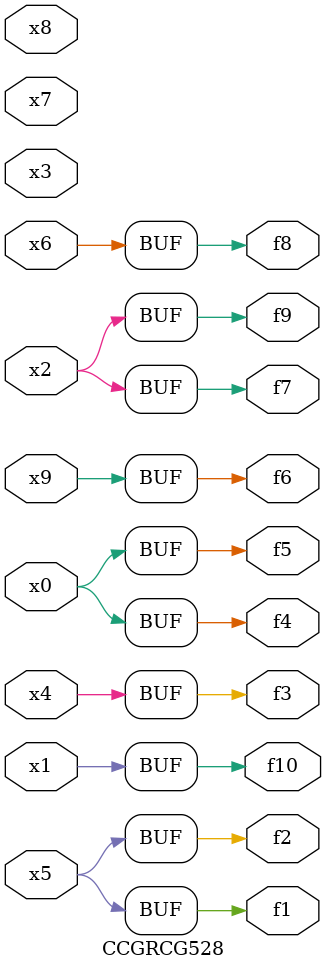
<source format=v>
module CCGRCG528(
	input x0, x1, x2, x3, x4, x5, x6, x7, x8, x9,
	output f1, f2, f3, f4, f5, f6, f7, f8, f9, f10
);
	assign f1 = x5;
	assign f2 = x5;
	assign f3 = x4;
	assign f4 = x0;
	assign f5 = x0;
	assign f6 = x9;
	assign f7 = x2;
	assign f8 = x6;
	assign f9 = x2;
	assign f10 = x1;
endmodule

</source>
